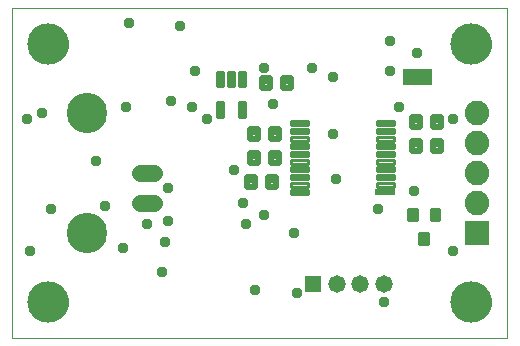
<source format=gts>
G75*
%MOIN*%
%OFA0B0*%
%FSLAX25Y25*%
%IPPOS*%
%LPD*%
%AMOC8*
5,1,8,0,0,1.08239X$1,22.5*
%
%ADD10C,0.00000*%
%ADD11C,0.01334*%
%ADD12C,0.05524*%
%ADD13C,0.13461*%
%ADD14C,0.02104*%
%ADD15C,0.13800*%
%ADD16R,0.05800X0.05800*%
%ADD17C,0.05800*%
%ADD18R,0.08200X0.08200*%
%ADD19C,0.08200*%
%ADD20R,0.06800X0.02450*%
%ADD21C,0.01102*%
%ADD22R,0.03300X0.05800*%
%ADD23C,0.01755*%
%ADD24C,0.03775*%
D10*
X0089050Y0003800D02*
X0089050Y0113800D01*
X0254050Y0113800D01*
X0254050Y0003800D01*
X0089050Y0003800D01*
X0094550Y0015800D02*
X0094552Y0015961D01*
X0094558Y0016121D01*
X0094568Y0016282D01*
X0094582Y0016442D01*
X0094600Y0016602D01*
X0094621Y0016761D01*
X0094647Y0016920D01*
X0094677Y0017078D01*
X0094710Y0017235D01*
X0094748Y0017392D01*
X0094789Y0017547D01*
X0094834Y0017701D01*
X0094883Y0017854D01*
X0094936Y0018006D01*
X0094992Y0018157D01*
X0095053Y0018306D01*
X0095116Y0018454D01*
X0095184Y0018600D01*
X0095255Y0018744D01*
X0095329Y0018886D01*
X0095407Y0019027D01*
X0095489Y0019165D01*
X0095574Y0019302D01*
X0095662Y0019436D01*
X0095754Y0019568D01*
X0095849Y0019698D01*
X0095947Y0019826D01*
X0096048Y0019951D01*
X0096152Y0020073D01*
X0096259Y0020193D01*
X0096369Y0020310D01*
X0096482Y0020425D01*
X0096598Y0020536D01*
X0096717Y0020645D01*
X0096838Y0020750D01*
X0096962Y0020853D01*
X0097088Y0020953D01*
X0097216Y0021049D01*
X0097347Y0021142D01*
X0097481Y0021232D01*
X0097616Y0021319D01*
X0097754Y0021402D01*
X0097893Y0021482D01*
X0098035Y0021558D01*
X0098178Y0021631D01*
X0098323Y0021700D01*
X0098470Y0021766D01*
X0098618Y0021828D01*
X0098768Y0021886D01*
X0098919Y0021941D01*
X0099072Y0021992D01*
X0099226Y0022039D01*
X0099381Y0022082D01*
X0099537Y0022121D01*
X0099693Y0022157D01*
X0099851Y0022188D01*
X0100009Y0022216D01*
X0100168Y0022240D01*
X0100328Y0022260D01*
X0100488Y0022276D01*
X0100648Y0022288D01*
X0100809Y0022296D01*
X0100970Y0022300D01*
X0101130Y0022300D01*
X0101291Y0022296D01*
X0101452Y0022288D01*
X0101612Y0022276D01*
X0101772Y0022260D01*
X0101932Y0022240D01*
X0102091Y0022216D01*
X0102249Y0022188D01*
X0102407Y0022157D01*
X0102563Y0022121D01*
X0102719Y0022082D01*
X0102874Y0022039D01*
X0103028Y0021992D01*
X0103181Y0021941D01*
X0103332Y0021886D01*
X0103482Y0021828D01*
X0103630Y0021766D01*
X0103777Y0021700D01*
X0103922Y0021631D01*
X0104065Y0021558D01*
X0104207Y0021482D01*
X0104346Y0021402D01*
X0104484Y0021319D01*
X0104619Y0021232D01*
X0104753Y0021142D01*
X0104884Y0021049D01*
X0105012Y0020953D01*
X0105138Y0020853D01*
X0105262Y0020750D01*
X0105383Y0020645D01*
X0105502Y0020536D01*
X0105618Y0020425D01*
X0105731Y0020310D01*
X0105841Y0020193D01*
X0105948Y0020073D01*
X0106052Y0019951D01*
X0106153Y0019826D01*
X0106251Y0019698D01*
X0106346Y0019568D01*
X0106438Y0019436D01*
X0106526Y0019302D01*
X0106611Y0019165D01*
X0106693Y0019027D01*
X0106771Y0018886D01*
X0106845Y0018744D01*
X0106916Y0018600D01*
X0106984Y0018454D01*
X0107047Y0018306D01*
X0107108Y0018157D01*
X0107164Y0018006D01*
X0107217Y0017854D01*
X0107266Y0017701D01*
X0107311Y0017547D01*
X0107352Y0017392D01*
X0107390Y0017235D01*
X0107423Y0017078D01*
X0107453Y0016920D01*
X0107479Y0016761D01*
X0107500Y0016602D01*
X0107518Y0016442D01*
X0107532Y0016282D01*
X0107542Y0016121D01*
X0107548Y0015961D01*
X0107550Y0015800D01*
X0107548Y0015639D01*
X0107542Y0015479D01*
X0107532Y0015318D01*
X0107518Y0015158D01*
X0107500Y0014998D01*
X0107479Y0014839D01*
X0107453Y0014680D01*
X0107423Y0014522D01*
X0107390Y0014365D01*
X0107352Y0014208D01*
X0107311Y0014053D01*
X0107266Y0013899D01*
X0107217Y0013746D01*
X0107164Y0013594D01*
X0107108Y0013443D01*
X0107047Y0013294D01*
X0106984Y0013146D01*
X0106916Y0013000D01*
X0106845Y0012856D01*
X0106771Y0012714D01*
X0106693Y0012573D01*
X0106611Y0012435D01*
X0106526Y0012298D01*
X0106438Y0012164D01*
X0106346Y0012032D01*
X0106251Y0011902D01*
X0106153Y0011774D01*
X0106052Y0011649D01*
X0105948Y0011527D01*
X0105841Y0011407D01*
X0105731Y0011290D01*
X0105618Y0011175D01*
X0105502Y0011064D01*
X0105383Y0010955D01*
X0105262Y0010850D01*
X0105138Y0010747D01*
X0105012Y0010647D01*
X0104884Y0010551D01*
X0104753Y0010458D01*
X0104619Y0010368D01*
X0104484Y0010281D01*
X0104346Y0010198D01*
X0104207Y0010118D01*
X0104065Y0010042D01*
X0103922Y0009969D01*
X0103777Y0009900D01*
X0103630Y0009834D01*
X0103482Y0009772D01*
X0103332Y0009714D01*
X0103181Y0009659D01*
X0103028Y0009608D01*
X0102874Y0009561D01*
X0102719Y0009518D01*
X0102563Y0009479D01*
X0102407Y0009443D01*
X0102249Y0009412D01*
X0102091Y0009384D01*
X0101932Y0009360D01*
X0101772Y0009340D01*
X0101612Y0009324D01*
X0101452Y0009312D01*
X0101291Y0009304D01*
X0101130Y0009300D01*
X0100970Y0009300D01*
X0100809Y0009304D01*
X0100648Y0009312D01*
X0100488Y0009324D01*
X0100328Y0009340D01*
X0100168Y0009360D01*
X0100009Y0009384D01*
X0099851Y0009412D01*
X0099693Y0009443D01*
X0099537Y0009479D01*
X0099381Y0009518D01*
X0099226Y0009561D01*
X0099072Y0009608D01*
X0098919Y0009659D01*
X0098768Y0009714D01*
X0098618Y0009772D01*
X0098470Y0009834D01*
X0098323Y0009900D01*
X0098178Y0009969D01*
X0098035Y0010042D01*
X0097893Y0010118D01*
X0097754Y0010198D01*
X0097616Y0010281D01*
X0097481Y0010368D01*
X0097347Y0010458D01*
X0097216Y0010551D01*
X0097088Y0010647D01*
X0096962Y0010747D01*
X0096838Y0010850D01*
X0096717Y0010955D01*
X0096598Y0011064D01*
X0096482Y0011175D01*
X0096369Y0011290D01*
X0096259Y0011407D01*
X0096152Y0011527D01*
X0096048Y0011649D01*
X0095947Y0011774D01*
X0095849Y0011902D01*
X0095754Y0012032D01*
X0095662Y0012164D01*
X0095574Y0012298D01*
X0095489Y0012435D01*
X0095407Y0012573D01*
X0095329Y0012714D01*
X0095255Y0012856D01*
X0095184Y0013000D01*
X0095116Y0013146D01*
X0095053Y0013294D01*
X0094992Y0013443D01*
X0094936Y0013594D01*
X0094883Y0013746D01*
X0094834Y0013899D01*
X0094789Y0014053D01*
X0094748Y0014208D01*
X0094710Y0014365D01*
X0094677Y0014522D01*
X0094647Y0014680D01*
X0094621Y0014839D01*
X0094600Y0014998D01*
X0094582Y0015158D01*
X0094568Y0015318D01*
X0094558Y0015479D01*
X0094552Y0015639D01*
X0094550Y0015800D01*
X0235550Y0015800D02*
X0235552Y0015961D01*
X0235558Y0016121D01*
X0235568Y0016282D01*
X0235582Y0016442D01*
X0235600Y0016602D01*
X0235621Y0016761D01*
X0235647Y0016920D01*
X0235677Y0017078D01*
X0235710Y0017235D01*
X0235748Y0017392D01*
X0235789Y0017547D01*
X0235834Y0017701D01*
X0235883Y0017854D01*
X0235936Y0018006D01*
X0235992Y0018157D01*
X0236053Y0018306D01*
X0236116Y0018454D01*
X0236184Y0018600D01*
X0236255Y0018744D01*
X0236329Y0018886D01*
X0236407Y0019027D01*
X0236489Y0019165D01*
X0236574Y0019302D01*
X0236662Y0019436D01*
X0236754Y0019568D01*
X0236849Y0019698D01*
X0236947Y0019826D01*
X0237048Y0019951D01*
X0237152Y0020073D01*
X0237259Y0020193D01*
X0237369Y0020310D01*
X0237482Y0020425D01*
X0237598Y0020536D01*
X0237717Y0020645D01*
X0237838Y0020750D01*
X0237962Y0020853D01*
X0238088Y0020953D01*
X0238216Y0021049D01*
X0238347Y0021142D01*
X0238481Y0021232D01*
X0238616Y0021319D01*
X0238754Y0021402D01*
X0238893Y0021482D01*
X0239035Y0021558D01*
X0239178Y0021631D01*
X0239323Y0021700D01*
X0239470Y0021766D01*
X0239618Y0021828D01*
X0239768Y0021886D01*
X0239919Y0021941D01*
X0240072Y0021992D01*
X0240226Y0022039D01*
X0240381Y0022082D01*
X0240537Y0022121D01*
X0240693Y0022157D01*
X0240851Y0022188D01*
X0241009Y0022216D01*
X0241168Y0022240D01*
X0241328Y0022260D01*
X0241488Y0022276D01*
X0241648Y0022288D01*
X0241809Y0022296D01*
X0241970Y0022300D01*
X0242130Y0022300D01*
X0242291Y0022296D01*
X0242452Y0022288D01*
X0242612Y0022276D01*
X0242772Y0022260D01*
X0242932Y0022240D01*
X0243091Y0022216D01*
X0243249Y0022188D01*
X0243407Y0022157D01*
X0243563Y0022121D01*
X0243719Y0022082D01*
X0243874Y0022039D01*
X0244028Y0021992D01*
X0244181Y0021941D01*
X0244332Y0021886D01*
X0244482Y0021828D01*
X0244630Y0021766D01*
X0244777Y0021700D01*
X0244922Y0021631D01*
X0245065Y0021558D01*
X0245207Y0021482D01*
X0245346Y0021402D01*
X0245484Y0021319D01*
X0245619Y0021232D01*
X0245753Y0021142D01*
X0245884Y0021049D01*
X0246012Y0020953D01*
X0246138Y0020853D01*
X0246262Y0020750D01*
X0246383Y0020645D01*
X0246502Y0020536D01*
X0246618Y0020425D01*
X0246731Y0020310D01*
X0246841Y0020193D01*
X0246948Y0020073D01*
X0247052Y0019951D01*
X0247153Y0019826D01*
X0247251Y0019698D01*
X0247346Y0019568D01*
X0247438Y0019436D01*
X0247526Y0019302D01*
X0247611Y0019165D01*
X0247693Y0019027D01*
X0247771Y0018886D01*
X0247845Y0018744D01*
X0247916Y0018600D01*
X0247984Y0018454D01*
X0248047Y0018306D01*
X0248108Y0018157D01*
X0248164Y0018006D01*
X0248217Y0017854D01*
X0248266Y0017701D01*
X0248311Y0017547D01*
X0248352Y0017392D01*
X0248390Y0017235D01*
X0248423Y0017078D01*
X0248453Y0016920D01*
X0248479Y0016761D01*
X0248500Y0016602D01*
X0248518Y0016442D01*
X0248532Y0016282D01*
X0248542Y0016121D01*
X0248548Y0015961D01*
X0248550Y0015800D01*
X0248548Y0015639D01*
X0248542Y0015479D01*
X0248532Y0015318D01*
X0248518Y0015158D01*
X0248500Y0014998D01*
X0248479Y0014839D01*
X0248453Y0014680D01*
X0248423Y0014522D01*
X0248390Y0014365D01*
X0248352Y0014208D01*
X0248311Y0014053D01*
X0248266Y0013899D01*
X0248217Y0013746D01*
X0248164Y0013594D01*
X0248108Y0013443D01*
X0248047Y0013294D01*
X0247984Y0013146D01*
X0247916Y0013000D01*
X0247845Y0012856D01*
X0247771Y0012714D01*
X0247693Y0012573D01*
X0247611Y0012435D01*
X0247526Y0012298D01*
X0247438Y0012164D01*
X0247346Y0012032D01*
X0247251Y0011902D01*
X0247153Y0011774D01*
X0247052Y0011649D01*
X0246948Y0011527D01*
X0246841Y0011407D01*
X0246731Y0011290D01*
X0246618Y0011175D01*
X0246502Y0011064D01*
X0246383Y0010955D01*
X0246262Y0010850D01*
X0246138Y0010747D01*
X0246012Y0010647D01*
X0245884Y0010551D01*
X0245753Y0010458D01*
X0245619Y0010368D01*
X0245484Y0010281D01*
X0245346Y0010198D01*
X0245207Y0010118D01*
X0245065Y0010042D01*
X0244922Y0009969D01*
X0244777Y0009900D01*
X0244630Y0009834D01*
X0244482Y0009772D01*
X0244332Y0009714D01*
X0244181Y0009659D01*
X0244028Y0009608D01*
X0243874Y0009561D01*
X0243719Y0009518D01*
X0243563Y0009479D01*
X0243407Y0009443D01*
X0243249Y0009412D01*
X0243091Y0009384D01*
X0242932Y0009360D01*
X0242772Y0009340D01*
X0242612Y0009324D01*
X0242452Y0009312D01*
X0242291Y0009304D01*
X0242130Y0009300D01*
X0241970Y0009300D01*
X0241809Y0009304D01*
X0241648Y0009312D01*
X0241488Y0009324D01*
X0241328Y0009340D01*
X0241168Y0009360D01*
X0241009Y0009384D01*
X0240851Y0009412D01*
X0240693Y0009443D01*
X0240537Y0009479D01*
X0240381Y0009518D01*
X0240226Y0009561D01*
X0240072Y0009608D01*
X0239919Y0009659D01*
X0239768Y0009714D01*
X0239618Y0009772D01*
X0239470Y0009834D01*
X0239323Y0009900D01*
X0239178Y0009969D01*
X0239035Y0010042D01*
X0238893Y0010118D01*
X0238754Y0010198D01*
X0238616Y0010281D01*
X0238481Y0010368D01*
X0238347Y0010458D01*
X0238216Y0010551D01*
X0238088Y0010647D01*
X0237962Y0010747D01*
X0237838Y0010850D01*
X0237717Y0010955D01*
X0237598Y0011064D01*
X0237482Y0011175D01*
X0237369Y0011290D01*
X0237259Y0011407D01*
X0237152Y0011527D01*
X0237048Y0011649D01*
X0236947Y0011774D01*
X0236849Y0011902D01*
X0236754Y0012032D01*
X0236662Y0012164D01*
X0236574Y0012298D01*
X0236489Y0012435D01*
X0236407Y0012573D01*
X0236329Y0012714D01*
X0236255Y0012856D01*
X0236184Y0013000D01*
X0236116Y0013146D01*
X0236053Y0013294D01*
X0235992Y0013443D01*
X0235936Y0013594D01*
X0235883Y0013746D01*
X0235834Y0013899D01*
X0235789Y0014053D01*
X0235748Y0014208D01*
X0235710Y0014365D01*
X0235677Y0014522D01*
X0235647Y0014680D01*
X0235621Y0014839D01*
X0235600Y0014998D01*
X0235582Y0015158D01*
X0235568Y0015318D01*
X0235558Y0015479D01*
X0235552Y0015639D01*
X0235550Y0015800D01*
X0235550Y0101800D02*
X0235552Y0101961D01*
X0235558Y0102121D01*
X0235568Y0102282D01*
X0235582Y0102442D01*
X0235600Y0102602D01*
X0235621Y0102761D01*
X0235647Y0102920D01*
X0235677Y0103078D01*
X0235710Y0103235D01*
X0235748Y0103392D01*
X0235789Y0103547D01*
X0235834Y0103701D01*
X0235883Y0103854D01*
X0235936Y0104006D01*
X0235992Y0104157D01*
X0236053Y0104306D01*
X0236116Y0104454D01*
X0236184Y0104600D01*
X0236255Y0104744D01*
X0236329Y0104886D01*
X0236407Y0105027D01*
X0236489Y0105165D01*
X0236574Y0105302D01*
X0236662Y0105436D01*
X0236754Y0105568D01*
X0236849Y0105698D01*
X0236947Y0105826D01*
X0237048Y0105951D01*
X0237152Y0106073D01*
X0237259Y0106193D01*
X0237369Y0106310D01*
X0237482Y0106425D01*
X0237598Y0106536D01*
X0237717Y0106645D01*
X0237838Y0106750D01*
X0237962Y0106853D01*
X0238088Y0106953D01*
X0238216Y0107049D01*
X0238347Y0107142D01*
X0238481Y0107232D01*
X0238616Y0107319D01*
X0238754Y0107402D01*
X0238893Y0107482D01*
X0239035Y0107558D01*
X0239178Y0107631D01*
X0239323Y0107700D01*
X0239470Y0107766D01*
X0239618Y0107828D01*
X0239768Y0107886D01*
X0239919Y0107941D01*
X0240072Y0107992D01*
X0240226Y0108039D01*
X0240381Y0108082D01*
X0240537Y0108121D01*
X0240693Y0108157D01*
X0240851Y0108188D01*
X0241009Y0108216D01*
X0241168Y0108240D01*
X0241328Y0108260D01*
X0241488Y0108276D01*
X0241648Y0108288D01*
X0241809Y0108296D01*
X0241970Y0108300D01*
X0242130Y0108300D01*
X0242291Y0108296D01*
X0242452Y0108288D01*
X0242612Y0108276D01*
X0242772Y0108260D01*
X0242932Y0108240D01*
X0243091Y0108216D01*
X0243249Y0108188D01*
X0243407Y0108157D01*
X0243563Y0108121D01*
X0243719Y0108082D01*
X0243874Y0108039D01*
X0244028Y0107992D01*
X0244181Y0107941D01*
X0244332Y0107886D01*
X0244482Y0107828D01*
X0244630Y0107766D01*
X0244777Y0107700D01*
X0244922Y0107631D01*
X0245065Y0107558D01*
X0245207Y0107482D01*
X0245346Y0107402D01*
X0245484Y0107319D01*
X0245619Y0107232D01*
X0245753Y0107142D01*
X0245884Y0107049D01*
X0246012Y0106953D01*
X0246138Y0106853D01*
X0246262Y0106750D01*
X0246383Y0106645D01*
X0246502Y0106536D01*
X0246618Y0106425D01*
X0246731Y0106310D01*
X0246841Y0106193D01*
X0246948Y0106073D01*
X0247052Y0105951D01*
X0247153Y0105826D01*
X0247251Y0105698D01*
X0247346Y0105568D01*
X0247438Y0105436D01*
X0247526Y0105302D01*
X0247611Y0105165D01*
X0247693Y0105027D01*
X0247771Y0104886D01*
X0247845Y0104744D01*
X0247916Y0104600D01*
X0247984Y0104454D01*
X0248047Y0104306D01*
X0248108Y0104157D01*
X0248164Y0104006D01*
X0248217Y0103854D01*
X0248266Y0103701D01*
X0248311Y0103547D01*
X0248352Y0103392D01*
X0248390Y0103235D01*
X0248423Y0103078D01*
X0248453Y0102920D01*
X0248479Y0102761D01*
X0248500Y0102602D01*
X0248518Y0102442D01*
X0248532Y0102282D01*
X0248542Y0102121D01*
X0248548Y0101961D01*
X0248550Y0101800D01*
X0248548Y0101639D01*
X0248542Y0101479D01*
X0248532Y0101318D01*
X0248518Y0101158D01*
X0248500Y0100998D01*
X0248479Y0100839D01*
X0248453Y0100680D01*
X0248423Y0100522D01*
X0248390Y0100365D01*
X0248352Y0100208D01*
X0248311Y0100053D01*
X0248266Y0099899D01*
X0248217Y0099746D01*
X0248164Y0099594D01*
X0248108Y0099443D01*
X0248047Y0099294D01*
X0247984Y0099146D01*
X0247916Y0099000D01*
X0247845Y0098856D01*
X0247771Y0098714D01*
X0247693Y0098573D01*
X0247611Y0098435D01*
X0247526Y0098298D01*
X0247438Y0098164D01*
X0247346Y0098032D01*
X0247251Y0097902D01*
X0247153Y0097774D01*
X0247052Y0097649D01*
X0246948Y0097527D01*
X0246841Y0097407D01*
X0246731Y0097290D01*
X0246618Y0097175D01*
X0246502Y0097064D01*
X0246383Y0096955D01*
X0246262Y0096850D01*
X0246138Y0096747D01*
X0246012Y0096647D01*
X0245884Y0096551D01*
X0245753Y0096458D01*
X0245619Y0096368D01*
X0245484Y0096281D01*
X0245346Y0096198D01*
X0245207Y0096118D01*
X0245065Y0096042D01*
X0244922Y0095969D01*
X0244777Y0095900D01*
X0244630Y0095834D01*
X0244482Y0095772D01*
X0244332Y0095714D01*
X0244181Y0095659D01*
X0244028Y0095608D01*
X0243874Y0095561D01*
X0243719Y0095518D01*
X0243563Y0095479D01*
X0243407Y0095443D01*
X0243249Y0095412D01*
X0243091Y0095384D01*
X0242932Y0095360D01*
X0242772Y0095340D01*
X0242612Y0095324D01*
X0242452Y0095312D01*
X0242291Y0095304D01*
X0242130Y0095300D01*
X0241970Y0095300D01*
X0241809Y0095304D01*
X0241648Y0095312D01*
X0241488Y0095324D01*
X0241328Y0095340D01*
X0241168Y0095360D01*
X0241009Y0095384D01*
X0240851Y0095412D01*
X0240693Y0095443D01*
X0240537Y0095479D01*
X0240381Y0095518D01*
X0240226Y0095561D01*
X0240072Y0095608D01*
X0239919Y0095659D01*
X0239768Y0095714D01*
X0239618Y0095772D01*
X0239470Y0095834D01*
X0239323Y0095900D01*
X0239178Y0095969D01*
X0239035Y0096042D01*
X0238893Y0096118D01*
X0238754Y0096198D01*
X0238616Y0096281D01*
X0238481Y0096368D01*
X0238347Y0096458D01*
X0238216Y0096551D01*
X0238088Y0096647D01*
X0237962Y0096747D01*
X0237838Y0096850D01*
X0237717Y0096955D01*
X0237598Y0097064D01*
X0237482Y0097175D01*
X0237369Y0097290D01*
X0237259Y0097407D01*
X0237152Y0097527D01*
X0237048Y0097649D01*
X0236947Y0097774D01*
X0236849Y0097902D01*
X0236754Y0098032D01*
X0236662Y0098164D01*
X0236574Y0098298D01*
X0236489Y0098435D01*
X0236407Y0098573D01*
X0236329Y0098714D01*
X0236255Y0098856D01*
X0236184Y0099000D01*
X0236116Y0099146D01*
X0236053Y0099294D01*
X0235992Y0099443D01*
X0235936Y0099594D01*
X0235883Y0099746D01*
X0235834Y0099899D01*
X0235789Y0100053D01*
X0235748Y0100208D01*
X0235710Y0100365D01*
X0235677Y0100522D01*
X0235647Y0100680D01*
X0235621Y0100839D01*
X0235600Y0100998D01*
X0235582Y0101158D01*
X0235568Y0101318D01*
X0235558Y0101479D01*
X0235552Y0101639D01*
X0235550Y0101800D01*
X0094550Y0101800D02*
X0094552Y0101961D01*
X0094558Y0102121D01*
X0094568Y0102282D01*
X0094582Y0102442D01*
X0094600Y0102602D01*
X0094621Y0102761D01*
X0094647Y0102920D01*
X0094677Y0103078D01*
X0094710Y0103235D01*
X0094748Y0103392D01*
X0094789Y0103547D01*
X0094834Y0103701D01*
X0094883Y0103854D01*
X0094936Y0104006D01*
X0094992Y0104157D01*
X0095053Y0104306D01*
X0095116Y0104454D01*
X0095184Y0104600D01*
X0095255Y0104744D01*
X0095329Y0104886D01*
X0095407Y0105027D01*
X0095489Y0105165D01*
X0095574Y0105302D01*
X0095662Y0105436D01*
X0095754Y0105568D01*
X0095849Y0105698D01*
X0095947Y0105826D01*
X0096048Y0105951D01*
X0096152Y0106073D01*
X0096259Y0106193D01*
X0096369Y0106310D01*
X0096482Y0106425D01*
X0096598Y0106536D01*
X0096717Y0106645D01*
X0096838Y0106750D01*
X0096962Y0106853D01*
X0097088Y0106953D01*
X0097216Y0107049D01*
X0097347Y0107142D01*
X0097481Y0107232D01*
X0097616Y0107319D01*
X0097754Y0107402D01*
X0097893Y0107482D01*
X0098035Y0107558D01*
X0098178Y0107631D01*
X0098323Y0107700D01*
X0098470Y0107766D01*
X0098618Y0107828D01*
X0098768Y0107886D01*
X0098919Y0107941D01*
X0099072Y0107992D01*
X0099226Y0108039D01*
X0099381Y0108082D01*
X0099537Y0108121D01*
X0099693Y0108157D01*
X0099851Y0108188D01*
X0100009Y0108216D01*
X0100168Y0108240D01*
X0100328Y0108260D01*
X0100488Y0108276D01*
X0100648Y0108288D01*
X0100809Y0108296D01*
X0100970Y0108300D01*
X0101130Y0108300D01*
X0101291Y0108296D01*
X0101452Y0108288D01*
X0101612Y0108276D01*
X0101772Y0108260D01*
X0101932Y0108240D01*
X0102091Y0108216D01*
X0102249Y0108188D01*
X0102407Y0108157D01*
X0102563Y0108121D01*
X0102719Y0108082D01*
X0102874Y0108039D01*
X0103028Y0107992D01*
X0103181Y0107941D01*
X0103332Y0107886D01*
X0103482Y0107828D01*
X0103630Y0107766D01*
X0103777Y0107700D01*
X0103922Y0107631D01*
X0104065Y0107558D01*
X0104207Y0107482D01*
X0104346Y0107402D01*
X0104484Y0107319D01*
X0104619Y0107232D01*
X0104753Y0107142D01*
X0104884Y0107049D01*
X0105012Y0106953D01*
X0105138Y0106853D01*
X0105262Y0106750D01*
X0105383Y0106645D01*
X0105502Y0106536D01*
X0105618Y0106425D01*
X0105731Y0106310D01*
X0105841Y0106193D01*
X0105948Y0106073D01*
X0106052Y0105951D01*
X0106153Y0105826D01*
X0106251Y0105698D01*
X0106346Y0105568D01*
X0106438Y0105436D01*
X0106526Y0105302D01*
X0106611Y0105165D01*
X0106693Y0105027D01*
X0106771Y0104886D01*
X0106845Y0104744D01*
X0106916Y0104600D01*
X0106984Y0104454D01*
X0107047Y0104306D01*
X0107108Y0104157D01*
X0107164Y0104006D01*
X0107217Y0103854D01*
X0107266Y0103701D01*
X0107311Y0103547D01*
X0107352Y0103392D01*
X0107390Y0103235D01*
X0107423Y0103078D01*
X0107453Y0102920D01*
X0107479Y0102761D01*
X0107500Y0102602D01*
X0107518Y0102442D01*
X0107532Y0102282D01*
X0107542Y0102121D01*
X0107548Y0101961D01*
X0107550Y0101800D01*
X0107548Y0101639D01*
X0107542Y0101479D01*
X0107532Y0101318D01*
X0107518Y0101158D01*
X0107500Y0100998D01*
X0107479Y0100839D01*
X0107453Y0100680D01*
X0107423Y0100522D01*
X0107390Y0100365D01*
X0107352Y0100208D01*
X0107311Y0100053D01*
X0107266Y0099899D01*
X0107217Y0099746D01*
X0107164Y0099594D01*
X0107108Y0099443D01*
X0107047Y0099294D01*
X0106984Y0099146D01*
X0106916Y0099000D01*
X0106845Y0098856D01*
X0106771Y0098714D01*
X0106693Y0098573D01*
X0106611Y0098435D01*
X0106526Y0098298D01*
X0106438Y0098164D01*
X0106346Y0098032D01*
X0106251Y0097902D01*
X0106153Y0097774D01*
X0106052Y0097649D01*
X0105948Y0097527D01*
X0105841Y0097407D01*
X0105731Y0097290D01*
X0105618Y0097175D01*
X0105502Y0097064D01*
X0105383Y0096955D01*
X0105262Y0096850D01*
X0105138Y0096747D01*
X0105012Y0096647D01*
X0104884Y0096551D01*
X0104753Y0096458D01*
X0104619Y0096368D01*
X0104484Y0096281D01*
X0104346Y0096198D01*
X0104207Y0096118D01*
X0104065Y0096042D01*
X0103922Y0095969D01*
X0103777Y0095900D01*
X0103630Y0095834D01*
X0103482Y0095772D01*
X0103332Y0095714D01*
X0103181Y0095659D01*
X0103028Y0095608D01*
X0102874Y0095561D01*
X0102719Y0095518D01*
X0102563Y0095479D01*
X0102407Y0095443D01*
X0102249Y0095412D01*
X0102091Y0095384D01*
X0101932Y0095360D01*
X0101772Y0095340D01*
X0101612Y0095324D01*
X0101452Y0095312D01*
X0101291Y0095304D01*
X0101130Y0095300D01*
X0100970Y0095300D01*
X0100809Y0095304D01*
X0100648Y0095312D01*
X0100488Y0095324D01*
X0100328Y0095340D01*
X0100168Y0095360D01*
X0100009Y0095384D01*
X0099851Y0095412D01*
X0099693Y0095443D01*
X0099537Y0095479D01*
X0099381Y0095518D01*
X0099226Y0095561D01*
X0099072Y0095608D01*
X0098919Y0095659D01*
X0098768Y0095714D01*
X0098618Y0095772D01*
X0098470Y0095834D01*
X0098323Y0095900D01*
X0098178Y0095969D01*
X0098035Y0096042D01*
X0097893Y0096118D01*
X0097754Y0096198D01*
X0097616Y0096281D01*
X0097481Y0096368D01*
X0097347Y0096458D01*
X0097216Y0096551D01*
X0097088Y0096647D01*
X0096962Y0096747D01*
X0096838Y0096850D01*
X0096717Y0096955D01*
X0096598Y0097064D01*
X0096482Y0097175D01*
X0096369Y0097290D01*
X0096259Y0097407D01*
X0096152Y0097527D01*
X0096048Y0097649D01*
X0095947Y0097774D01*
X0095849Y0097902D01*
X0095754Y0098032D01*
X0095662Y0098164D01*
X0095574Y0098298D01*
X0095489Y0098435D01*
X0095407Y0098573D01*
X0095329Y0098714D01*
X0095255Y0098856D01*
X0095184Y0099000D01*
X0095116Y0099146D01*
X0095053Y0099294D01*
X0094992Y0099443D01*
X0094936Y0099594D01*
X0094883Y0099746D01*
X0094834Y0099899D01*
X0094789Y0100053D01*
X0094748Y0100208D01*
X0094710Y0100365D01*
X0094677Y0100522D01*
X0094647Y0100680D01*
X0094621Y0100839D01*
X0094600Y0100998D01*
X0094582Y0101158D01*
X0094568Y0101318D01*
X0094558Y0101479D01*
X0094552Y0101639D01*
X0094550Y0101800D01*
D11*
X0157495Y0092151D02*
X0159125Y0092151D01*
X0159125Y0087685D01*
X0157495Y0087685D01*
X0157495Y0092151D01*
X0157495Y0089018D02*
X0159125Y0089018D01*
X0159125Y0090351D02*
X0157495Y0090351D01*
X0157495Y0091684D02*
X0159125Y0091684D01*
X0161235Y0092151D02*
X0162865Y0092151D01*
X0162865Y0087685D01*
X0161235Y0087685D01*
X0161235Y0092151D01*
X0161235Y0089018D02*
X0162865Y0089018D01*
X0162865Y0090351D02*
X0161235Y0090351D01*
X0161235Y0091684D02*
X0162865Y0091684D01*
X0164975Y0092151D02*
X0166605Y0092151D01*
X0166605Y0087685D01*
X0164975Y0087685D01*
X0164975Y0092151D01*
X0164975Y0089018D02*
X0166605Y0089018D01*
X0166605Y0090351D02*
X0164975Y0090351D01*
X0164975Y0091684D02*
X0166605Y0091684D01*
X0166605Y0081915D02*
X0164975Y0081915D01*
X0166605Y0081915D02*
X0166605Y0077449D01*
X0164975Y0077449D01*
X0164975Y0081915D01*
X0164975Y0078782D02*
X0166605Y0078782D01*
X0166605Y0080115D02*
X0164975Y0080115D01*
X0164975Y0081448D02*
X0166605Y0081448D01*
X0159125Y0081915D02*
X0157495Y0081915D01*
X0159125Y0081915D02*
X0159125Y0077449D01*
X0157495Y0077449D01*
X0157495Y0081915D01*
X0157495Y0078782D02*
X0159125Y0078782D01*
X0159125Y0080115D02*
X0157495Y0080115D01*
X0157495Y0081448D02*
X0159125Y0081448D01*
D12*
X0136412Y0058800D02*
X0131688Y0058800D01*
X0131688Y0048800D02*
X0136412Y0048800D01*
D13*
X0114050Y0038800D03*
X0114050Y0078800D03*
D14*
X0168222Y0073398D02*
X0170792Y0073398D01*
X0170792Y0070202D01*
X0168222Y0070202D01*
X0168222Y0073398D01*
X0168222Y0072305D02*
X0170792Y0072305D01*
X0175308Y0073398D02*
X0177878Y0073398D01*
X0177878Y0070202D01*
X0175308Y0070202D01*
X0175308Y0073398D01*
X0175308Y0072305D02*
X0177878Y0072305D01*
X0177878Y0065398D02*
X0175308Y0065398D01*
X0177878Y0065398D02*
X0177878Y0062202D01*
X0175308Y0062202D01*
X0175308Y0065398D01*
X0175308Y0064305D02*
X0177878Y0064305D01*
X0170792Y0065398D02*
X0168222Y0065398D01*
X0170792Y0065398D02*
X0170792Y0062202D01*
X0168222Y0062202D01*
X0168222Y0065398D01*
X0168222Y0064305D02*
X0170792Y0064305D01*
X0169792Y0054202D02*
X0167222Y0054202D01*
X0167222Y0057398D01*
X0169792Y0057398D01*
X0169792Y0054202D01*
X0169792Y0056305D02*
X0167222Y0056305D01*
X0174308Y0054202D02*
X0176878Y0054202D01*
X0174308Y0054202D02*
X0174308Y0057398D01*
X0176878Y0057398D01*
X0176878Y0054202D01*
X0176878Y0056305D02*
X0174308Y0056305D01*
X0222222Y0066202D02*
X0224792Y0066202D01*
X0222222Y0066202D02*
X0222222Y0069398D01*
X0224792Y0069398D01*
X0224792Y0066202D01*
X0224792Y0068305D02*
X0222222Y0068305D01*
X0229308Y0066202D02*
X0231878Y0066202D01*
X0229308Y0066202D02*
X0229308Y0069398D01*
X0231878Y0069398D01*
X0231878Y0066202D01*
X0231878Y0068305D02*
X0229308Y0068305D01*
X0229308Y0074202D02*
X0231878Y0074202D01*
X0229308Y0074202D02*
X0229308Y0077398D01*
X0231878Y0077398D01*
X0231878Y0074202D01*
X0231878Y0076305D02*
X0229308Y0076305D01*
X0224792Y0074202D02*
X0222222Y0074202D01*
X0222222Y0077398D01*
X0224792Y0077398D01*
X0224792Y0074202D01*
X0224792Y0076305D02*
X0222222Y0076305D01*
X0181878Y0090398D02*
X0179308Y0090398D01*
X0181878Y0090398D02*
X0181878Y0087202D01*
X0179308Y0087202D01*
X0179308Y0090398D01*
X0179308Y0089305D02*
X0181878Y0089305D01*
X0174792Y0090398D02*
X0172222Y0090398D01*
X0174792Y0090398D02*
X0174792Y0087202D01*
X0172222Y0087202D01*
X0172222Y0090398D01*
X0172222Y0089305D02*
X0174792Y0089305D01*
D15*
X0242050Y0101800D03*
X0101050Y0101800D03*
X0101050Y0015800D03*
X0242050Y0015800D03*
D16*
X0189239Y0021800D03*
D17*
X0197113Y0021800D03*
X0204987Y0021800D03*
X0212861Y0021800D03*
D18*
X0244050Y0038800D03*
D19*
X0244050Y0048800D03*
X0244050Y0058800D03*
X0244050Y0068800D03*
X0244050Y0078800D03*
D20*
X0213322Y0052284D03*
D21*
X0216171Y0054169D02*
X0216171Y0055517D01*
X0216171Y0054169D02*
X0210473Y0054169D01*
X0210473Y0055517D01*
X0216171Y0055517D01*
X0216171Y0055270D02*
X0210473Y0055270D01*
X0216171Y0056728D02*
X0216171Y0058076D01*
X0216171Y0056728D02*
X0210473Y0056728D01*
X0210473Y0058076D01*
X0216171Y0058076D01*
X0216171Y0057829D02*
X0210473Y0057829D01*
X0216171Y0059287D02*
X0216171Y0060635D01*
X0216171Y0059287D02*
X0210473Y0059287D01*
X0210473Y0060635D01*
X0216171Y0060635D01*
X0216171Y0060388D02*
X0210473Y0060388D01*
X0216171Y0061846D02*
X0216171Y0063194D01*
X0216171Y0061846D02*
X0210473Y0061846D01*
X0210473Y0063194D01*
X0216171Y0063194D01*
X0216171Y0062947D02*
X0210473Y0062947D01*
X0216171Y0064406D02*
X0216171Y0065754D01*
X0216171Y0064406D02*
X0210473Y0064406D01*
X0210473Y0065754D01*
X0216171Y0065754D01*
X0216171Y0065507D02*
X0210473Y0065507D01*
X0216171Y0066965D02*
X0216171Y0068313D01*
X0216171Y0066965D02*
X0210473Y0066965D01*
X0210473Y0068313D01*
X0216171Y0068313D01*
X0216171Y0068066D02*
X0210473Y0068066D01*
X0216171Y0069524D02*
X0216171Y0070872D01*
X0216171Y0069524D02*
X0210473Y0069524D01*
X0210473Y0070872D01*
X0216171Y0070872D01*
X0216171Y0070625D02*
X0210473Y0070625D01*
X0216171Y0072083D02*
X0216171Y0073431D01*
X0216171Y0072083D02*
X0210473Y0072083D01*
X0210473Y0073431D01*
X0216171Y0073431D01*
X0216171Y0073184D02*
X0210473Y0073184D01*
X0216171Y0074642D02*
X0216171Y0075990D01*
X0216171Y0074642D02*
X0210473Y0074642D01*
X0210473Y0075990D01*
X0216171Y0075990D01*
X0216171Y0075743D02*
X0210473Y0075743D01*
X0187627Y0075990D02*
X0187627Y0074642D01*
X0181929Y0074642D01*
X0181929Y0075990D01*
X0187627Y0075990D01*
X0187627Y0075743D02*
X0181929Y0075743D01*
X0187627Y0073431D02*
X0187627Y0072083D01*
X0181929Y0072083D01*
X0181929Y0073431D01*
X0187627Y0073431D01*
X0187627Y0073184D02*
X0181929Y0073184D01*
X0187627Y0070872D02*
X0187627Y0069524D01*
X0181929Y0069524D01*
X0181929Y0070872D01*
X0187627Y0070872D01*
X0187627Y0070625D02*
X0181929Y0070625D01*
X0187627Y0068313D02*
X0187627Y0066965D01*
X0181929Y0066965D01*
X0181929Y0068313D01*
X0187627Y0068313D01*
X0187627Y0068066D02*
X0181929Y0068066D01*
X0187627Y0065754D02*
X0187627Y0064406D01*
X0181929Y0064406D01*
X0181929Y0065754D01*
X0187627Y0065754D01*
X0187627Y0065507D02*
X0181929Y0065507D01*
X0187627Y0063194D02*
X0187627Y0061846D01*
X0181929Y0061846D01*
X0181929Y0063194D01*
X0187627Y0063194D01*
X0187627Y0062947D02*
X0181929Y0062947D01*
X0187627Y0060635D02*
X0187627Y0059287D01*
X0181929Y0059287D01*
X0181929Y0060635D01*
X0187627Y0060635D01*
X0187627Y0060388D02*
X0181929Y0060388D01*
X0187627Y0058076D02*
X0187627Y0056728D01*
X0181929Y0056728D01*
X0181929Y0058076D01*
X0187627Y0058076D01*
X0187627Y0057829D02*
X0181929Y0057829D01*
X0187627Y0055517D02*
X0187627Y0054169D01*
X0181929Y0054169D01*
X0181929Y0055517D01*
X0187627Y0055517D01*
X0187627Y0055270D02*
X0181929Y0055270D01*
X0187627Y0052958D02*
X0187627Y0051610D01*
X0181929Y0051610D01*
X0181929Y0052958D01*
X0187627Y0052958D01*
X0187627Y0052711D02*
X0181929Y0052711D01*
D22*
X0220850Y0090800D03*
X0224050Y0090800D03*
X0227250Y0090800D03*
D23*
X0228877Y0043277D02*
X0231023Y0043277D01*
X0228877Y0043277D02*
X0228877Y0046323D01*
X0231023Y0046323D01*
X0231023Y0043277D01*
X0231023Y0045031D02*
X0228877Y0045031D01*
X0223423Y0043277D02*
X0221277Y0043277D01*
X0221277Y0046323D01*
X0223423Y0046323D01*
X0223423Y0043277D01*
X0223423Y0045031D02*
X0221277Y0045031D01*
X0225077Y0035277D02*
X0227223Y0035277D01*
X0225077Y0035277D02*
X0225077Y0038323D01*
X0227223Y0038323D01*
X0227223Y0035277D01*
X0227223Y0037031D02*
X0225077Y0037031D01*
D24*
X0236050Y0032800D03*
X0211050Y0046800D03*
X0223050Y0052800D03*
X0197050Y0056800D03*
X0173050Y0044800D03*
X0167050Y0041800D03*
X0166050Y0048800D03*
X0163050Y0059800D03*
X0141050Y0053800D03*
X0120050Y0047800D03*
X0134050Y0041800D03*
X0141050Y0042800D03*
X0140050Y0035800D03*
X0126050Y0033800D03*
X0139050Y0025800D03*
X0170050Y0019800D03*
X0184050Y0018800D03*
X0213050Y0015800D03*
X0183050Y0038800D03*
X0117050Y0062800D03*
X0094050Y0076800D03*
X0099050Y0078800D03*
X0127050Y0080800D03*
X0142050Y0082800D03*
X0149050Y0080800D03*
X0154050Y0076800D03*
X0176050Y0081800D03*
X0196050Y0090800D03*
X0189050Y0093800D03*
X0173050Y0093800D03*
X0150050Y0092800D03*
X0145050Y0107800D03*
X0128050Y0108800D03*
X0196050Y0071800D03*
X0218050Y0080800D03*
X0236050Y0076800D03*
X0215050Y0092800D03*
X0224050Y0098800D03*
X0215050Y0102800D03*
X0102050Y0046800D03*
X0095050Y0032800D03*
M02*

</source>
